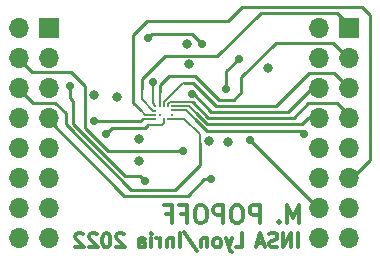
<source format=gbr>
G04 #@! TF.GenerationSoftware,KiCad,Pcbnew,7.0.0*
G04 #@! TF.CreationDate,2024-03-13T15:51:30+01:00*
G04 #@! TF.ProjectId,breakoutBoard_extended,62726561-6b6f-4757-9442-6f6172645f65,rev?*
G04 #@! TF.SameCoordinates,Original*
G04 #@! TF.FileFunction,Copper,L4,Bot*
G04 #@! TF.FilePolarity,Positive*
%FSLAX46Y46*%
G04 Gerber Fmt 4.6, Leading zero omitted, Abs format (unit mm)*
G04 Created by KiCad (PCBNEW 7.0.0) date 2024-03-13 15:51:30*
%MOMM*%
%LPD*%
G01*
G04 APERTURE LIST*
%ADD10C,0.375000*%
G04 #@! TA.AperFunction,NonConductor*
%ADD11C,0.375000*%
G04 #@! TD*
%ADD12C,0.300000*%
G04 #@! TA.AperFunction,NonConductor*
%ADD13C,0.300000*%
G04 #@! TD*
G04 #@! TA.AperFunction,ComponentPad*
%ADD14R,1.700000X1.700000*%
G04 #@! TD*
G04 #@! TA.AperFunction,ComponentPad*
%ADD15O,1.700000X1.700000*%
G04 #@! TD*
G04 #@! TA.AperFunction,ViaPad*
%ADD16C,0.800000*%
G04 #@! TD*
G04 #@! TA.AperFunction,ViaPad*
%ADD17C,0.250000*%
G04 #@! TD*
G04 #@! TA.AperFunction,ViaPad*
%ADD18C,0.700000*%
G04 #@! TD*
G04 #@! TA.AperFunction,Conductor*
%ADD19C,0.250000*%
G04 #@! TD*
G04 #@! TA.AperFunction,Conductor*
%ADD20C,0.150000*%
G04 #@! TD*
G04 APERTURE END LIST*
D10*
D11*
X67132286Y-49954071D02*
X67132286Y-48454071D01*
X67132286Y-48454071D02*
X66632286Y-49525500D01*
X66632286Y-49525500D02*
X66132286Y-48454071D01*
X66132286Y-48454071D02*
X66132286Y-49954071D01*
X65418000Y-49811214D02*
X65346571Y-49882642D01*
X65346571Y-49882642D02*
X65418000Y-49954071D01*
X65418000Y-49954071D02*
X65489428Y-49882642D01*
X65489428Y-49882642D02*
X65418000Y-49811214D01*
X65418000Y-49811214D02*
X65418000Y-49954071D01*
X63803714Y-49954071D02*
X63803714Y-48454071D01*
X63803714Y-48454071D02*
X63232285Y-48454071D01*
X63232285Y-48454071D02*
X63089428Y-48525500D01*
X63089428Y-48525500D02*
X63017999Y-48596928D01*
X63017999Y-48596928D02*
X62946571Y-48739785D01*
X62946571Y-48739785D02*
X62946571Y-48954071D01*
X62946571Y-48954071D02*
X63017999Y-49096928D01*
X63017999Y-49096928D02*
X63089428Y-49168357D01*
X63089428Y-49168357D02*
X63232285Y-49239785D01*
X63232285Y-49239785D02*
X63803714Y-49239785D01*
X62017999Y-48454071D02*
X61732285Y-48454071D01*
X61732285Y-48454071D02*
X61589428Y-48525500D01*
X61589428Y-48525500D02*
X61446571Y-48668357D01*
X61446571Y-48668357D02*
X61375142Y-48954071D01*
X61375142Y-48954071D02*
X61375142Y-49454071D01*
X61375142Y-49454071D02*
X61446571Y-49739785D01*
X61446571Y-49739785D02*
X61589428Y-49882642D01*
X61589428Y-49882642D02*
X61732285Y-49954071D01*
X61732285Y-49954071D02*
X62017999Y-49954071D01*
X62017999Y-49954071D02*
X62160857Y-49882642D01*
X62160857Y-49882642D02*
X62303714Y-49739785D01*
X62303714Y-49739785D02*
X62375142Y-49454071D01*
X62375142Y-49454071D02*
X62375142Y-48954071D01*
X62375142Y-48954071D02*
X62303714Y-48668357D01*
X62303714Y-48668357D02*
X62160857Y-48525500D01*
X62160857Y-48525500D02*
X62017999Y-48454071D01*
X60732285Y-49954071D02*
X60732285Y-48454071D01*
X60732285Y-48454071D02*
X60160856Y-48454071D01*
X60160856Y-48454071D02*
X60017999Y-48525500D01*
X60017999Y-48525500D02*
X59946570Y-48596928D01*
X59946570Y-48596928D02*
X59875142Y-48739785D01*
X59875142Y-48739785D02*
X59875142Y-48954071D01*
X59875142Y-48954071D02*
X59946570Y-49096928D01*
X59946570Y-49096928D02*
X60017999Y-49168357D01*
X60017999Y-49168357D02*
X60160856Y-49239785D01*
X60160856Y-49239785D02*
X60732285Y-49239785D01*
X58946570Y-48454071D02*
X58660856Y-48454071D01*
X58660856Y-48454071D02*
X58517999Y-48525500D01*
X58517999Y-48525500D02*
X58375142Y-48668357D01*
X58375142Y-48668357D02*
X58303713Y-48954071D01*
X58303713Y-48954071D02*
X58303713Y-49454071D01*
X58303713Y-49454071D02*
X58375142Y-49739785D01*
X58375142Y-49739785D02*
X58517999Y-49882642D01*
X58517999Y-49882642D02*
X58660856Y-49954071D01*
X58660856Y-49954071D02*
X58946570Y-49954071D01*
X58946570Y-49954071D02*
X59089428Y-49882642D01*
X59089428Y-49882642D02*
X59232285Y-49739785D01*
X59232285Y-49739785D02*
X59303713Y-49454071D01*
X59303713Y-49454071D02*
X59303713Y-48954071D01*
X59303713Y-48954071D02*
X59232285Y-48668357D01*
X59232285Y-48668357D02*
X59089428Y-48525500D01*
X59089428Y-48525500D02*
X58946570Y-48454071D01*
X57160856Y-49168357D02*
X57660856Y-49168357D01*
X57660856Y-49954071D02*
X57660856Y-48454071D01*
X57660856Y-48454071D02*
X56946570Y-48454071D01*
X55875142Y-49168357D02*
X56375142Y-49168357D01*
X56375142Y-49954071D02*
X56375142Y-48454071D01*
X56375142Y-48454071D02*
X55660856Y-48454071D01*
D12*
D13*
X67063713Y-52002857D02*
X67063713Y-50802857D01*
X66492284Y-52002857D02*
X66492284Y-50802857D01*
X66492284Y-50802857D02*
X65806570Y-52002857D01*
X65806570Y-52002857D02*
X65806570Y-50802857D01*
X65292284Y-51945714D02*
X65120856Y-52002857D01*
X65120856Y-52002857D02*
X64835141Y-52002857D01*
X64835141Y-52002857D02*
X64720856Y-51945714D01*
X64720856Y-51945714D02*
X64663713Y-51888571D01*
X64663713Y-51888571D02*
X64606570Y-51774285D01*
X64606570Y-51774285D02*
X64606570Y-51660000D01*
X64606570Y-51660000D02*
X64663713Y-51545714D01*
X64663713Y-51545714D02*
X64720856Y-51488571D01*
X64720856Y-51488571D02*
X64835141Y-51431428D01*
X64835141Y-51431428D02*
X65063713Y-51374285D01*
X65063713Y-51374285D02*
X65177998Y-51317142D01*
X65177998Y-51317142D02*
X65235141Y-51260000D01*
X65235141Y-51260000D02*
X65292284Y-51145714D01*
X65292284Y-51145714D02*
X65292284Y-51031428D01*
X65292284Y-51031428D02*
X65235141Y-50917142D01*
X65235141Y-50917142D02*
X65177998Y-50860000D01*
X65177998Y-50860000D02*
X65063713Y-50802857D01*
X65063713Y-50802857D02*
X64777998Y-50802857D01*
X64777998Y-50802857D02*
X64606570Y-50860000D01*
X64149427Y-51660000D02*
X63577999Y-51660000D01*
X64263713Y-52002857D02*
X63863713Y-50802857D01*
X63863713Y-50802857D02*
X63463713Y-52002857D01*
X61772285Y-52002857D02*
X62343713Y-52002857D01*
X62343713Y-52002857D02*
X62343713Y-50802857D01*
X61486570Y-51202857D02*
X61200856Y-52002857D01*
X60915141Y-51202857D02*
X61200856Y-52002857D01*
X61200856Y-52002857D02*
X61315141Y-52288571D01*
X61315141Y-52288571D02*
X61372284Y-52345714D01*
X61372284Y-52345714D02*
X61486570Y-52402857D01*
X60286570Y-52002857D02*
X60400855Y-51945714D01*
X60400855Y-51945714D02*
X60457998Y-51888571D01*
X60457998Y-51888571D02*
X60515141Y-51774285D01*
X60515141Y-51774285D02*
X60515141Y-51431428D01*
X60515141Y-51431428D02*
X60457998Y-51317142D01*
X60457998Y-51317142D02*
X60400855Y-51260000D01*
X60400855Y-51260000D02*
X60286570Y-51202857D01*
X60286570Y-51202857D02*
X60115141Y-51202857D01*
X60115141Y-51202857D02*
X60000855Y-51260000D01*
X60000855Y-51260000D02*
X59943713Y-51317142D01*
X59943713Y-51317142D02*
X59886570Y-51431428D01*
X59886570Y-51431428D02*
X59886570Y-51774285D01*
X59886570Y-51774285D02*
X59943713Y-51888571D01*
X59943713Y-51888571D02*
X60000855Y-51945714D01*
X60000855Y-51945714D02*
X60115141Y-52002857D01*
X60115141Y-52002857D02*
X60286570Y-52002857D01*
X59372284Y-51202857D02*
X59372284Y-52002857D01*
X59372284Y-51317142D02*
X59315141Y-51260000D01*
X59315141Y-51260000D02*
X59200856Y-51202857D01*
X59200856Y-51202857D02*
X59029427Y-51202857D01*
X59029427Y-51202857D02*
X58915141Y-51260000D01*
X58915141Y-51260000D02*
X58857999Y-51374285D01*
X58857999Y-51374285D02*
X58857999Y-52002857D01*
X57429427Y-50745714D02*
X58457999Y-52288571D01*
X57029427Y-52002857D02*
X57029427Y-50802857D01*
X56457998Y-51202857D02*
X56457998Y-52002857D01*
X56457998Y-51317142D02*
X56400855Y-51260000D01*
X56400855Y-51260000D02*
X56286570Y-51202857D01*
X56286570Y-51202857D02*
X56115141Y-51202857D01*
X56115141Y-51202857D02*
X56000855Y-51260000D01*
X56000855Y-51260000D02*
X55943713Y-51374285D01*
X55943713Y-51374285D02*
X55943713Y-52002857D01*
X55372284Y-52002857D02*
X55372284Y-51202857D01*
X55372284Y-51431428D02*
X55315141Y-51317142D01*
X55315141Y-51317142D02*
X55257999Y-51260000D01*
X55257999Y-51260000D02*
X55143713Y-51202857D01*
X55143713Y-51202857D02*
X55029427Y-51202857D01*
X54629427Y-52002857D02*
X54629427Y-51202857D01*
X54629427Y-50802857D02*
X54686570Y-50860000D01*
X54686570Y-50860000D02*
X54629427Y-50917142D01*
X54629427Y-50917142D02*
X54572284Y-50860000D01*
X54572284Y-50860000D02*
X54629427Y-50802857D01*
X54629427Y-50802857D02*
X54629427Y-50917142D01*
X53543713Y-52002857D02*
X53543713Y-51374285D01*
X53543713Y-51374285D02*
X53600855Y-51260000D01*
X53600855Y-51260000D02*
X53715141Y-51202857D01*
X53715141Y-51202857D02*
X53943713Y-51202857D01*
X53943713Y-51202857D02*
X54057998Y-51260000D01*
X53543713Y-51945714D02*
X53657998Y-52002857D01*
X53657998Y-52002857D02*
X53943713Y-52002857D01*
X53943713Y-52002857D02*
X54057998Y-51945714D01*
X54057998Y-51945714D02*
X54115141Y-51831428D01*
X54115141Y-51831428D02*
X54115141Y-51717142D01*
X54115141Y-51717142D02*
X54057998Y-51602857D01*
X54057998Y-51602857D02*
X53943713Y-51545714D01*
X53943713Y-51545714D02*
X53657998Y-51545714D01*
X53657998Y-51545714D02*
X53543713Y-51488571D01*
X52309427Y-50917142D02*
X52252284Y-50860000D01*
X52252284Y-50860000D02*
X52137999Y-50802857D01*
X52137999Y-50802857D02*
X51852284Y-50802857D01*
X51852284Y-50802857D02*
X51737999Y-50860000D01*
X51737999Y-50860000D02*
X51680856Y-50917142D01*
X51680856Y-50917142D02*
X51623713Y-51031428D01*
X51623713Y-51031428D02*
X51623713Y-51145714D01*
X51623713Y-51145714D02*
X51680856Y-51317142D01*
X51680856Y-51317142D02*
X52366570Y-52002857D01*
X52366570Y-52002857D02*
X51623713Y-52002857D01*
X50880856Y-50802857D02*
X50766570Y-50802857D01*
X50766570Y-50802857D02*
X50652284Y-50860000D01*
X50652284Y-50860000D02*
X50595142Y-50917142D01*
X50595142Y-50917142D02*
X50537999Y-51031428D01*
X50537999Y-51031428D02*
X50480856Y-51260000D01*
X50480856Y-51260000D02*
X50480856Y-51545714D01*
X50480856Y-51545714D02*
X50537999Y-51774285D01*
X50537999Y-51774285D02*
X50595142Y-51888571D01*
X50595142Y-51888571D02*
X50652284Y-51945714D01*
X50652284Y-51945714D02*
X50766570Y-52002857D01*
X50766570Y-52002857D02*
X50880856Y-52002857D01*
X50880856Y-52002857D02*
X50995142Y-51945714D01*
X50995142Y-51945714D02*
X51052284Y-51888571D01*
X51052284Y-51888571D02*
X51109427Y-51774285D01*
X51109427Y-51774285D02*
X51166570Y-51545714D01*
X51166570Y-51545714D02*
X51166570Y-51260000D01*
X51166570Y-51260000D02*
X51109427Y-51031428D01*
X51109427Y-51031428D02*
X51052284Y-50917142D01*
X51052284Y-50917142D02*
X50995142Y-50860000D01*
X50995142Y-50860000D02*
X50880856Y-50802857D01*
X50023713Y-50917142D02*
X49966570Y-50860000D01*
X49966570Y-50860000D02*
X49852285Y-50802857D01*
X49852285Y-50802857D02*
X49566570Y-50802857D01*
X49566570Y-50802857D02*
X49452285Y-50860000D01*
X49452285Y-50860000D02*
X49395142Y-50917142D01*
X49395142Y-50917142D02*
X49337999Y-51031428D01*
X49337999Y-51031428D02*
X49337999Y-51145714D01*
X49337999Y-51145714D02*
X49395142Y-51317142D01*
X49395142Y-51317142D02*
X50080856Y-52002857D01*
X50080856Y-52002857D02*
X49337999Y-52002857D01*
X48880856Y-50917142D02*
X48823713Y-50860000D01*
X48823713Y-50860000D02*
X48709428Y-50802857D01*
X48709428Y-50802857D02*
X48423713Y-50802857D01*
X48423713Y-50802857D02*
X48309428Y-50860000D01*
X48309428Y-50860000D02*
X48252285Y-50917142D01*
X48252285Y-50917142D02*
X48195142Y-51031428D01*
X48195142Y-51031428D02*
X48195142Y-51145714D01*
X48195142Y-51145714D02*
X48252285Y-51317142D01*
X48252285Y-51317142D02*
X48937999Y-52002857D01*
X48937999Y-52002857D02*
X48195142Y-52002857D01*
D14*
X45973999Y-33400999D03*
D15*
X43433999Y-33400999D03*
X45973999Y-35940999D03*
X43433999Y-35940999D03*
X45973999Y-38480999D03*
X43433999Y-38480999D03*
X45973999Y-41020999D03*
X43433999Y-41020999D03*
X45973999Y-43560999D03*
X43433999Y-43560999D03*
X45973999Y-46100999D03*
X43433999Y-46100999D03*
X45973999Y-48640999D03*
X43433999Y-48640999D03*
X45973999Y-51180999D03*
X43433999Y-51180999D03*
D14*
X71373999Y-33400999D03*
D15*
X68833999Y-33400999D03*
X71373999Y-35940999D03*
X68833999Y-35940999D03*
X71373999Y-38480999D03*
X68833999Y-38480999D03*
X71373999Y-41020999D03*
X68833999Y-41020999D03*
X71373999Y-43560999D03*
X68833999Y-43560999D03*
X71373999Y-46100999D03*
X68833999Y-46100999D03*
X71373999Y-48640999D03*
X68833999Y-48640999D03*
X71373999Y-51180999D03*
X68833999Y-51180999D03*
D16*
X53594000Y-42799000D03*
X57785000Y-36449000D03*
X51689000Y-39243000D03*
X64516000Y-36830000D03*
X61087000Y-43053000D03*
D17*
X55330000Y-40770000D03*
X56380380Y-40769540D03*
D16*
X49784000Y-39116000D03*
X53594000Y-44704000D03*
X57658000Y-34798000D03*
X59502040Y-43037760D03*
D18*
X59690000Y-46228000D03*
X62992000Y-42926000D03*
X54356000Y-34290000D03*
X58928014Y-34798000D03*
X58074560Y-39019480D03*
D17*
X56381040Y-40068220D03*
D18*
X57277000Y-43815000D03*
D17*
X56030520Y-41117240D03*
X54980840Y-40769540D03*
X56378500Y-40418740D03*
D18*
X67564000Y-42418000D03*
X60960000Y-38608000D03*
X62020686Y-36023314D03*
D17*
X54980840Y-40065960D03*
D18*
X54737000Y-37973000D03*
D17*
X55679340Y-41120060D03*
D18*
X50800000Y-42418000D03*
D17*
X54980840Y-40421560D03*
X55681880Y-40065960D03*
X56027320Y-40065960D03*
X55331360Y-40065960D03*
X54980840Y-41120060D03*
D18*
X49784000Y-41275000D03*
X47752000Y-38354000D03*
X54102000Y-46355000D03*
D19*
X59124315Y-46228000D02*
X59690000Y-46228000D01*
X57727315Y-47625000D02*
X59124315Y-46228000D01*
X45847000Y-41021000D02*
X45847000Y-41148000D01*
X45847000Y-41148000D02*
X52324000Y-47625000D01*
X52324000Y-47625000D02*
X57727315Y-47625000D01*
X68834000Y-48641000D02*
X68707000Y-48641000D01*
X68707000Y-48641000D02*
X62992000Y-42926000D01*
X54705999Y-33940001D02*
X58070015Y-33940001D01*
X58578015Y-34448001D02*
X58928014Y-34798000D01*
X54356000Y-34290000D02*
X54705999Y-33940001D01*
X58070015Y-33940001D02*
X58578015Y-34448001D01*
X58221880Y-39019480D02*
X59715400Y-40513000D01*
X59715400Y-40513000D02*
X66167000Y-40513000D01*
X68199000Y-38481000D02*
X68834000Y-38481000D01*
X66167000Y-40513000D02*
X68199000Y-38481000D01*
X58074560Y-39019480D02*
X58221880Y-39019480D01*
X67377919Y-41529000D02*
X67885919Y-41021000D01*
D20*
X57848220Y-40068220D02*
X58420000Y-40640000D01*
D19*
X67885919Y-41021000D02*
X68834000Y-41021000D01*
X59309000Y-41529000D02*
X67377919Y-41529000D01*
D20*
X56381040Y-40068220D02*
X57848220Y-40068220D01*
D19*
X58420000Y-40640000D02*
X59309000Y-41529000D01*
X49022000Y-41910000D02*
X50927000Y-43815000D01*
X50927000Y-43815000D02*
X56782026Y-43815000D01*
X56782026Y-43815000D02*
X57277000Y-43815000D01*
X49022000Y-38354000D02*
X49022000Y-41910000D01*
X44531000Y-37165000D02*
X47833000Y-37165000D01*
X43307000Y-35941000D02*
X44531000Y-37165000D01*
X47833000Y-37165000D02*
X49022000Y-38354000D01*
D20*
X58729880Y-42437380D02*
X58729880Y-43139360D01*
D19*
X47371000Y-40640000D02*
X46482000Y-39751000D01*
D20*
X56030520Y-41117240D02*
X57409740Y-41117240D01*
D19*
X47371000Y-41567100D02*
X47371000Y-40640000D01*
X52920900Y-47117000D02*
X47371000Y-41567100D01*
X58729880Y-43139360D02*
X58729880Y-45029120D01*
X46482000Y-39751000D02*
X44577000Y-39751000D01*
X56642000Y-47117000D02*
X52920900Y-47117000D01*
D20*
X57409740Y-41117240D02*
X58729880Y-42437380D01*
D19*
X58729880Y-45029120D02*
X56642000Y-47117000D01*
X44577000Y-39751000D02*
X43307000Y-38481000D01*
X53095599Y-39760599D02*
X53095599Y-34026401D01*
X61158010Y-32821990D02*
X62301010Y-31678990D01*
X54300010Y-32821990D02*
X61158010Y-32821990D01*
X72490990Y-31678990D02*
X73138000Y-32326000D01*
D20*
X54980840Y-40769540D02*
X54104540Y-40769540D01*
D19*
X73138000Y-32326000D02*
X73138000Y-44591000D01*
X53095599Y-34026401D02*
X54300010Y-32821990D01*
X73138000Y-44591000D02*
X71628000Y-46101000D01*
D20*
X54104540Y-40769540D02*
X53721000Y-40386000D01*
D19*
X71628000Y-46101000D02*
X71374000Y-46101000D01*
X53721000Y-40386000D02*
X53095599Y-39760599D01*
X62301010Y-31678990D02*
X72490990Y-31678990D01*
D20*
X57563740Y-40418740D02*
X58293000Y-41148000D01*
D19*
X67564000Y-42418000D02*
X67310000Y-42164000D01*
X59309000Y-42164000D02*
X58293000Y-41148000D01*
D20*
X56378500Y-40418740D02*
X57563740Y-40418740D01*
D19*
X67310000Y-42164000D02*
X59309000Y-42164000D01*
X60960000Y-37084000D02*
X62020686Y-36023314D01*
X60960000Y-38608000D02*
X60960000Y-37084000D01*
D20*
X54980840Y-40065960D02*
X54737000Y-39822120D01*
X54737000Y-39822120D02*
X54737000Y-37973000D01*
D19*
X54102000Y-41910000D02*
X51308000Y-41910000D01*
X51149999Y-42068001D02*
X50800000Y-42418000D01*
D20*
X55679340Y-41120060D02*
X55679340Y-41475660D01*
D19*
X54356000Y-41656000D02*
X54102000Y-41910000D01*
D20*
X55499000Y-41656000D02*
X54356000Y-41656000D01*
D19*
X51308000Y-41910000D02*
X51149999Y-42068001D01*
D20*
X55679340Y-41475660D02*
X55499000Y-41656000D01*
D19*
X55797941Y-35796999D02*
X60215001Y-35796999D01*
X63881000Y-32131000D02*
X70358000Y-32131000D01*
X60215001Y-35796999D02*
X63881000Y-32131000D01*
D20*
X54980840Y-40421560D02*
X54804064Y-40421560D01*
D19*
X53848000Y-37746940D02*
X55797941Y-35796999D01*
D20*
X53848000Y-39465496D02*
X53848000Y-38608000D01*
D19*
X71374000Y-33147000D02*
X71374000Y-33401000D01*
D20*
X54804064Y-40421560D02*
X53848000Y-39465496D01*
D19*
X53848000Y-38608000D02*
X53848000Y-37746940D01*
X70358000Y-32131000D02*
X71374000Y-33147000D01*
X71374000Y-38481000D02*
X70104000Y-37211000D01*
X65151000Y-40005000D02*
X60076080Y-40005000D01*
D20*
X55681880Y-39695120D02*
X57277000Y-38100000D01*
X55681880Y-40065960D02*
X55681880Y-39695120D01*
D19*
X58171080Y-38100000D02*
X57404000Y-38100000D01*
X60076080Y-40005000D02*
X58171080Y-38100000D01*
X67945000Y-37211000D02*
X65151000Y-40005000D01*
D20*
X57277000Y-38100000D02*
X57404000Y-38100000D01*
D19*
X70104000Y-37211000D02*
X67945000Y-37211000D01*
D20*
X56027320Y-40065960D02*
X56027320Y-39889184D01*
X56027320Y-39889184D02*
X56211224Y-39705280D01*
D19*
X59410600Y-41021000D02*
X66675000Y-41021000D01*
X58054240Y-39730680D02*
X58120280Y-39730680D01*
X67919600Y-39776400D02*
X70383400Y-39776400D01*
X71374000Y-40767000D02*
X71374000Y-41021000D01*
X58120280Y-39730680D02*
X59410600Y-41021000D01*
X66675000Y-41021000D02*
X67919600Y-39776400D01*
X70383400Y-39776400D02*
X71374000Y-40767000D01*
D20*
X56211224Y-39705280D02*
X58044080Y-39705280D01*
D19*
X58293000Y-37465000D02*
X60325000Y-39497000D01*
X61595000Y-39497000D02*
X62230000Y-38862000D01*
X55372000Y-38862000D02*
X55372000Y-38227000D01*
X62230000Y-37592000D02*
X65151000Y-34671000D01*
X60325000Y-39497000D02*
X61595000Y-39497000D01*
X69977000Y-34671000D02*
X71247000Y-35941000D01*
D20*
X55331360Y-38902640D02*
X55372000Y-38862000D01*
D19*
X71247000Y-35941000D02*
X71374000Y-35941000D01*
X62230000Y-38862000D02*
X62230000Y-37592000D01*
D20*
X55331360Y-40065960D02*
X55331360Y-38902640D01*
D19*
X55372000Y-38227000D02*
X56134000Y-37465000D01*
X65151000Y-34671000D02*
X69977000Y-34671000D01*
X56134000Y-37465000D02*
X58293000Y-37465000D01*
D20*
X54978300Y-41120060D02*
X53858160Y-41120060D01*
D19*
X53848000Y-41148000D02*
X53721000Y-41275000D01*
X50349685Y-41275000D02*
X49784000Y-41275000D01*
X53721000Y-41275000D02*
X50349685Y-41275000D01*
X53702001Y-45955001D02*
X52432001Y-45955001D01*
X47752000Y-39370000D02*
X47752000Y-38354000D01*
X52432001Y-45955001D02*
X48006000Y-41529000D01*
X54102000Y-46355000D02*
X53702001Y-45955001D01*
X48006000Y-41529000D02*
X48006000Y-39624000D01*
X48006000Y-39624000D02*
X47752000Y-39370000D01*
M02*

</source>
